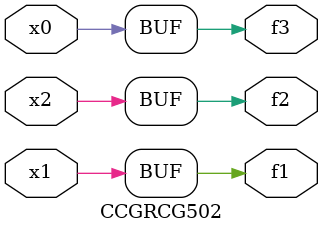
<source format=v>
module CCGRCG502(
	input x0, x1, x2,
	output f1, f2, f3
);
	assign f1 = x1;
	assign f2 = x2;
	assign f3 = x0;
endmodule

</source>
